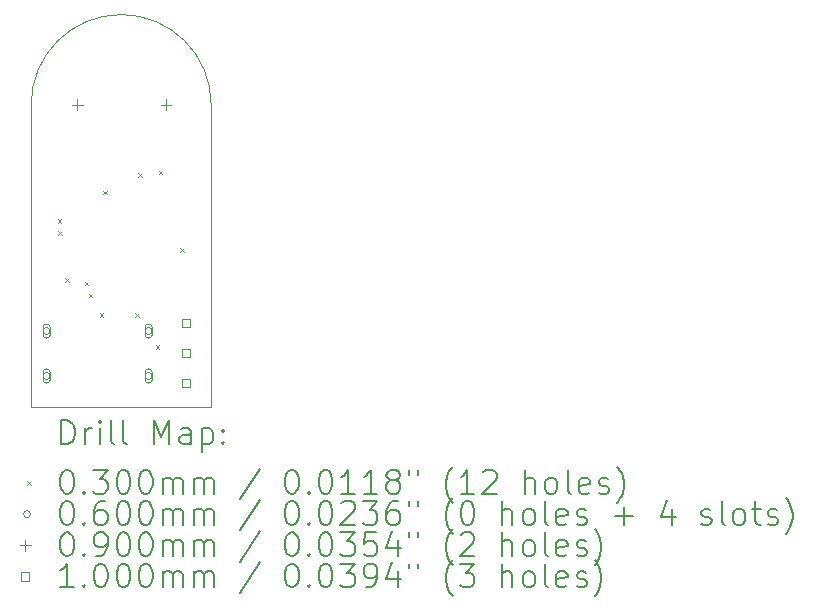
<source format=gbr>
%TF.GenerationSoftware,KiCad,Pcbnew,8.0.1*%
%TF.CreationDate,2024-12-14T14:03:44-06:00*%
%TF.ProjectId,SD_ProtoBoard,53445f50-726f-4746-9f42-6f6172642e6b,rev?*%
%TF.SameCoordinates,Original*%
%TF.FileFunction,Drillmap*%
%TF.FilePolarity,Positive*%
%FSLAX45Y45*%
G04 Gerber Fmt 4.5, Leading zero omitted, Abs format (unit mm)*
G04 Created by KiCad (PCBNEW 8.0.1) date 2024-12-14 14:03:44*
%MOMM*%
%LPD*%
G01*
G04 APERTURE LIST*
%ADD10C,0.101600*%
%ADD11C,0.200000*%
%ADD12C,0.100000*%
G04 APERTURE END LIST*
D10*
X13197000Y-11893000D02*
X14721000Y-11893000D01*
X14721000Y-9334882D02*
X14721000Y-11893000D01*
X13197000Y-9335000D02*
X13197000Y-11893000D01*
X13197000Y-9335000D02*
G75*
G02*
X14721000Y-9334882I762000J59D01*
G01*
D11*
D12*
X13421050Y-10306120D02*
X13451050Y-10336120D01*
X13451050Y-10306120D02*
X13421050Y-10336120D01*
X13423740Y-10409680D02*
X13453740Y-10439680D01*
X13453740Y-10409680D02*
X13423740Y-10439680D01*
X13483740Y-10803215D02*
X13513740Y-10833215D01*
X13513740Y-10803215D02*
X13483740Y-10833215D01*
X13652000Y-10836000D02*
X13682000Y-10866000D01*
X13682000Y-10836000D02*
X13652000Y-10866000D01*
X13686000Y-10937890D02*
X13716000Y-10967890D01*
X13716000Y-10937890D02*
X13686000Y-10967890D01*
X13777130Y-11102210D02*
X13807130Y-11132210D01*
X13807130Y-11102210D02*
X13777130Y-11132210D01*
X13807820Y-10062920D02*
X13837820Y-10092920D01*
X13837820Y-10062920D02*
X13807820Y-10092920D01*
X14078460Y-11099980D02*
X14108460Y-11129980D01*
X14108460Y-11099980D02*
X14078460Y-11129980D01*
X14104680Y-9914980D02*
X14134680Y-9944980D01*
X14134680Y-9914980D02*
X14104680Y-9944980D01*
X14252180Y-11374020D02*
X14282180Y-11404020D01*
X14282180Y-11374020D02*
X14252180Y-11404020D01*
X14275160Y-9895760D02*
X14305160Y-9925760D01*
X14305160Y-9895760D02*
X14275160Y-9925760D01*
X14459000Y-10552000D02*
X14489000Y-10582000D01*
X14489000Y-10552000D02*
X14459000Y-10582000D01*
X13357000Y-11253000D02*
G75*
G02*
X13297000Y-11253000I-30000J0D01*
G01*
X13297000Y-11253000D02*
G75*
G02*
X13357000Y-11253000I30000J0D01*
G01*
X13297000Y-11223000D02*
X13297000Y-11283000D01*
X13357000Y-11283000D02*
G75*
G02*
X13297000Y-11283000I-30000J0D01*
G01*
X13357000Y-11283000D02*
X13357000Y-11223000D01*
X13357000Y-11223000D02*
G75*
G03*
X13297000Y-11223000I-30000J0D01*
G01*
X13357000Y-11633000D02*
G75*
G02*
X13297000Y-11633000I-30000J0D01*
G01*
X13297000Y-11633000D02*
G75*
G02*
X13357000Y-11633000I30000J0D01*
G01*
X13297000Y-11603000D02*
X13297000Y-11663000D01*
X13357000Y-11663000D02*
G75*
G02*
X13297000Y-11663000I-30000J0D01*
G01*
X13357000Y-11663000D02*
X13357000Y-11603000D01*
X13357000Y-11603000D02*
G75*
G03*
X13297000Y-11603000I-30000J0D01*
G01*
X14221000Y-11253000D02*
G75*
G02*
X14161000Y-11253000I-30000J0D01*
G01*
X14161000Y-11253000D02*
G75*
G02*
X14221000Y-11253000I30000J0D01*
G01*
X14161000Y-11223000D02*
X14161000Y-11283000D01*
X14221000Y-11283000D02*
G75*
G02*
X14161000Y-11283000I-30000J0D01*
G01*
X14221000Y-11283000D02*
X14221000Y-11223000D01*
X14221000Y-11223000D02*
G75*
G03*
X14161000Y-11223000I-30000J0D01*
G01*
X14221000Y-11633000D02*
G75*
G02*
X14161000Y-11633000I-30000J0D01*
G01*
X14161000Y-11633000D02*
G75*
G02*
X14221000Y-11633000I30000J0D01*
G01*
X14161000Y-11603000D02*
X14161000Y-11663000D01*
X14221000Y-11663000D02*
G75*
G02*
X14161000Y-11663000I-30000J0D01*
G01*
X14221000Y-11663000D02*
X14221000Y-11603000D01*
X14221000Y-11603000D02*
G75*
G03*
X14161000Y-11603000I-30000J0D01*
G01*
X13587000Y-9290000D02*
X13587000Y-9380000D01*
X13542000Y-9335000D02*
X13632000Y-9335000D01*
X14337000Y-9290000D02*
X14337000Y-9380000D01*
X14292000Y-9335000D02*
X14382000Y-9335000D01*
X14543356Y-11221356D02*
X14543356Y-11150644D01*
X14472644Y-11150644D01*
X14472644Y-11221356D01*
X14543356Y-11221356D01*
X14543356Y-11475356D02*
X14543356Y-11404644D01*
X14472644Y-11404644D01*
X14472644Y-11475356D01*
X14543356Y-11475356D01*
X14543356Y-11729356D02*
X14543356Y-11658644D01*
X14472644Y-11658644D01*
X14472644Y-11729356D01*
X14543356Y-11729356D01*
D11*
X13452697Y-12209564D02*
X13452697Y-12009564D01*
X13452697Y-12009564D02*
X13500316Y-12009564D01*
X13500316Y-12009564D02*
X13528887Y-12019088D01*
X13528887Y-12019088D02*
X13547935Y-12038135D01*
X13547935Y-12038135D02*
X13557459Y-12057183D01*
X13557459Y-12057183D02*
X13566983Y-12095278D01*
X13566983Y-12095278D02*
X13566983Y-12123849D01*
X13566983Y-12123849D02*
X13557459Y-12161945D01*
X13557459Y-12161945D02*
X13547935Y-12180992D01*
X13547935Y-12180992D02*
X13528887Y-12200040D01*
X13528887Y-12200040D02*
X13500316Y-12209564D01*
X13500316Y-12209564D02*
X13452697Y-12209564D01*
X13652697Y-12209564D02*
X13652697Y-12076230D01*
X13652697Y-12114326D02*
X13662221Y-12095278D01*
X13662221Y-12095278D02*
X13671744Y-12085754D01*
X13671744Y-12085754D02*
X13690792Y-12076230D01*
X13690792Y-12076230D02*
X13709840Y-12076230D01*
X13776506Y-12209564D02*
X13776506Y-12076230D01*
X13776506Y-12009564D02*
X13766983Y-12019088D01*
X13766983Y-12019088D02*
X13776506Y-12028611D01*
X13776506Y-12028611D02*
X13786030Y-12019088D01*
X13786030Y-12019088D02*
X13776506Y-12009564D01*
X13776506Y-12009564D02*
X13776506Y-12028611D01*
X13900316Y-12209564D02*
X13881268Y-12200040D01*
X13881268Y-12200040D02*
X13871744Y-12180992D01*
X13871744Y-12180992D02*
X13871744Y-12009564D01*
X14005078Y-12209564D02*
X13986030Y-12200040D01*
X13986030Y-12200040D02*
X13976506Y-12180992D01*
X13976506Y-12180992D02*
X13976506Y-12009564D01*
X14233649Y-12209564D02*
X14233649Y-12009564D01*
X14233649Y-12009564D02*
X14300316Y-12152421D01*
X14300316Y-12152421D02*
X14366983Y-12009564D01*
X14366983Y-12009564D02*
X14366983Y-12209564D01*
X14547935Y-12209564D02*
X14547935Y-12104802D01*
X14547935Y-12104802D02*
X14538411Y-12085754D01*
X14538411Y-12085754D02*
X14519364Y-12076230D01*
X14519364Y-12076230D02*
X14481268Y-12076230D01*
X14481268Y-12076230D02*
X14462221Y-12085754D01*
X14547935Y-12200040D02*
X14528887Y-12209564D01*
X14528887Y-12209564D02*
X14481268Y-12209564D01*
X14481268Y-12209564D02*
X14462221Y-12200040D01*
X14462221Y-12200040D02*
X14452697Y-12180992D01*
X14452697Y-12180992D02*
X14452697Y-12161945D01*
X14452697Y-12161945D02*
X14462221Y-12142897D01*
X14462221Y-12142897D02*
X14481268Y-12133373D01*
X14481268Y-12133373D02*
X14528887Y-12133373D01*
X14528887Y-12133373D02*
X14547935Y-12123849D01*
X14643173Y-12076230D02*
X14643173Y-12276230D01*
X14643173Y-12085754D02*
X14662221Y-12076230D01*
X14662221Y-12076230D02*
X14700316Y-12076230D01*
X14700316Y-12076230D02*
X14719364Y-12085754D01*
X14719364Y-12085754D02*
X14728887Y-12095278D01*
X14728887Y-12095278D02*
X14738411Y-12114326D01*
X14738411Y-12114326D02*
X14738411Y-12171468D01*
X14738411Y-12171468D02*
X14728887Y-12190516D01*
X14728887Y-12190516D02*
X14719364Y-12200040D01*
X14719364Y-12200040D02*
X14700316Y-12209564D01*
X14700316Y-12209564D02*
X14662221Y-12209564D01*
X14662221Y-12209564D02*
X14643173Y-12200040D01*
X14824125Y-12190516D02*
X14833649Y-12200040D01*
X14833649Y-12200040D02*
X14824125Y-12209564D01*
X14824125Y-12209564D02*
X14814602Y-12200040D01*
X14814602Y-12200040D02*
X14824125Y-12190516D01*
X14824125Y-12190516D02*
X14824125Y-12209564D01*
X14824125Y-12085754D02*
X14833649Y-12095278D01*
X14833649Y-12095278D02*
X14824125Y-12104802D01*
X14824125Y-12104802D02*
X14814602Y-12095278D01*
X14814602Y-12095278D02*
X14824125Y-12085754D01*
X14824125Y-12085754D02*
X14824125Y-12104802D01*
D12*
X13161920Y-12523080D02*
X13191920Y-12553080D01*
X13191920Y-12523080D02*
X13161920Y-12553080D01*
D11*
X13490792Y-12429564D02*
X13509840Y-12429564D01*
X13509840Y-12429564D02*
X13528887Y-12439088D01*
X13528887Y-12439088D02*
X13538411Y-12448611D01*
X13538411Y-12448611D02*
X13547935Y-12467659D01*
X13547935Y-12467659D02*
X13557459Y-12505754D01*
X13557459Y-12505754D02*
X13557459Y-12553373D01*
X13557459Y-12553373D02*
X13547935Y-12591468D01*
X13547935Y-12591468D02*
X13538411Y-12610516D01*
X13538411Y-12610516D02*
X13528887Y-12620040D01*
X13528887Y-12620040D02*
X13509840Y-12629564D01*
X13509840Y-12629564D02*
X13490792Y-12629564D01*
X13490792Y-12629564D02*
X13471744Y-12620040D01*
X13471744Y-12620040D02*
X13462221Y-12610516D01*
X13462221Y-12610516D02*
X13452697Y-12591468D01*
X13452697Y-12591468D02*
X13443173Y-12553373D01*
X13443173Y-12553373D02*
X13443173Y-12505754D01*
X13443173Y-12505754D02*
X13452697Y-12467659D01*
X13452697Y-12467659D02*
X13462221Y-12448611D01*
X13462221Y-12448611D02*
X13471744Y-12439088D01*
X13471744Y-12439088D02*
X13490792Y-12429564D01*
X13643173Y-12610516D02*
X13652697Y-12620040D01*
X13652697Y-12620040D02*
X13643173Y-12629564D01*
X13643173Y-12629564D02*
X13633649Y-12620040D01*
X13633649Y-12620040D02*
X13643173Y-12610516D01*
X13643173Y-12610516D02*
X13643173Y-12629564D01*
X13719364Y-12429564D02*
X13843173Y-12429564D01*
X13843173Y-12429564D02*
X13776506Y-12505754D01*
X13776506Y-12505754D02*
X13805078Y-12505754D01*
X13805078Y-12505754D02*
X13824125Y-12515278D01*
X13824125Y-12515278D02*
X13833649Y-12524802D01*
X13833649Y-12524802D02*
X13843173Y-12543849D01*
X13843173Y-12543849D02*
X13843173Y-12591468D01*
X13843173Y-12591468D02*
X13833649Y-12610516D01*
X13833649Y-12610516D02*
X13824125Y-12620040D01*
X13824125Y-12620040D02*
X13805078Y-12629564D01*
X13805078Y-12629564D02*
X13747935Y-12629564D01*
X13747935Y-12629564D02*
X13728887Y-12620040D01*
X13728887Y-12620040D02*
X13719364Y-12610516D01*
X13966983Y-12429564D02*
X13986030Y-12429564D01*
X13986030Y-12429564D02*
X14005078Y-12439088D01*
X14005078Y-12439088D02*
X14014602Y-12448611D01*
X14014602Y-12448611D02*
X14024125Y-12467659D01*
X14024125Y-12467659D02*
X14033649Y-12505754D01*
X14033649Y-12505754D02*
X14033649Y-12553373D01*
X14033649Y-12553373D02*
X14024125Y-12591468D01*
X14024125Y-12591468D02*
X14014602Y-12610516D01*
X14014602Y-12610516D02*
X14005078Y-12620040D01*
X14005078Y-12620040D02*
X13986030Y-12629564D01*
X13986030Y-12629564D02*
X13966983Y-12629564D01*
X13966983Y-12629564D02*
X13947935Y-12620040D01*
X13947935Y-12620040D02*
X13938411Y-12610516D01*
X13938411Y-12610516D02*
X13928887Y-12591468D01*
X13928887Y-12591468D02*
X13919364Y-12553373D01*
X13919364Y-12553373D02*
X13919364Y-12505754D01*
X13919364Y-12505754D02*
X13928887Y-12467659D01*
X13928887Y-12467659D02*
X13938411Y-12448611D01*
X13938411Y-12448611D02*
X13947935Y-12439088D01*
X13947935Y-12439088D02*
X13966983Y-12429564D01*
X14157459Y-12429564D02*
X14176506Y-12429564D01*
X14176506Y-12429564D02*
X14195554Y-12439088D01*
X14195554Y-12439088D02*
X14205078Y-12448611D01*
X14205078Y-12448611D02*
X14214602Y-12467659D01*
X14214602Y-12467659D02*
X14224125Y-12505754D01*
X14224125Y-12505754D02*
X14224125Y-12553373D01*
X14224125Y-12553373D02*
X14214602Y-12591468D01*
X14214602Y-12591468D02*
X14205078Y-12610516D01*
X14205078Y-12610516D02*
X14195554Y-12620040D01*
X14195554Y-12620040D02*
X14176506Y-12629564D01*
X14176506Y-12629564D02*
X14157459Y-12629564D01*
X14157459Y-12629564D02*
X14138411Y-12620040D01*
X14138411Y-12620040D02*
X14128887Y-12610516D01*
X14128887Y-12610516D02*
X14119364Y-12591468D01*
X14119364Y-12591468D02*
X14109840Y-12553373D01*
X14109840Y-12553373D02*
X14109840Y-12505754D01*
X14109840Y-12505754D02*
X14119364Y-12467659D01*
X14119364Y-12467659D02*
X14128887Y-12448611D01*
X14128887Y-12448611D02*
X14138411Y-12439088D01*
X14138411Y-12439088D02*
X14157459Y-12429564D01*
X14309840Y-12629564D02*
X14309840Y-12496230D01*
X14309840Y-12515278D02*
X14319364Y-12505754D01*
X14319364Y-12505754D02*
X14338411Y-12496230D01*
X14338411Y-12496230D02*
X14366983Y-12496230D01*
X14366983Y-12496230D02*
X14386030Y-12505754D01*
X14386030Y-12505754D02*
X14395554Y-12524802D01*
X14395554Y-12524802D02*
X14395554Y-12629564D01*
X14395554Y-12524802D02*
X14405078Y-12505754D01*
X14405078Y-12505754D02*
X14424125Y-12496230D01*
X14424125Y-12496230D02*
X14452697Y-12496230D01*
X14452697Y-12496230D02*
X14471745Y-12505754D01*
X14471745Y-12505754D02*
X14481268Y-12524802D01*
X14481268Y-12524802D02*
X14481268Y-12629564D01*
X14576506Y-12629564D02*
X14576506Y-12496230D01*
X14576506Y-12515278D02*
X14586030Y-12505754D01*
X14586030Y-12505754D02*
X14605078Y-12496230D01*
X14605078Y-12496230D02*
X14633649Y-12496230D01*
X14633649Y-12496230D02*
X14652697Y-12505754D01*
X14652697Y-12505754D02*
X14662221Y-12524802D01*
X14662221Y-12524802D02*
X14662221Y-12629564D01*
X14662221Y-12524802D02*
X14671745Y-12505754D01*
X14671745Y-12505754D02*
X14690792Y-12496230D01*
X14690792Y-12496230D02*
X14719364Y-12496230D01*
X14719364Y-12496230D02*
X14738411Y-12505754D01*
X14738411Y-12505754D02*
X14747935Y-12524802D01*
X14747935Y-12524802D02*
X14747935Y-12629564D01*
X15138411Y-12420040D02*
X14966983Y-12677183D01*
X15395554Y-12429564D02*
X15414602Y-12429564D01*
X15414602Y-12429564D02*
X15433649Y-12439088D01*
X15433649Y-12439088D02*
X15443173Y-12448611D01*
X15443173Y-12448611D02*
X15452697Y-12467659D01*
X15452697Y-12467659D02*
X15462221Y-12505754D01*
X15462221Y-12505754D02*
X15462221Y-12553373D01*
X15462221Y-12553373D02*
X15452697Y-12591468D01*
X15452697Y-12591468D02*
X15443173Y-12610516D01*
X15443173Y-12610516D02*
X15433649Y-12620040D01*
X15433649Y-12620040D02*
X15414602Y-12629564D01*
X15414602Y-12629564D02*
X15395554Y-12629564D01*
X15395554Y-12629564D02*
X15376507Y-12620040D01*
X15376507Y-12620040D02*
X15366983Y-12610516D01*
X15366983Y-12610516D02*
X15357459Y-12591468D01*
X15357459Y-12591468D02*
X15347935Y-12553373D01*
X15347935Y-12553373D02*
X15347935Y-12505754D01*
X15347935Y-12505754D02*
X15357459Y-12467659D01*
X15357459Y-12467659D02*
X15366983Y-12448611D01*
X15366983Y-12448611D02*
X15376507Y-12439088D01*
X15376507Y-12439088D02*
X15395554Y-12429564D01*
X15547935Y-12610516D02*
X15557459Y-12620040D01*
X15557459Y-12620040D02*
X15547935Y-12629564D01*
X15547935Y-12629564D02*
X15538411Y-12620040D01*
X15538411Y-12620040D02*
X15547935Y-12610516D01*
X15547935Y-12610516D02*
X15547935Y-12629564D01*
X15681268Y-12429564D02*
X15700316Y-12429564D01*
X15700316Y-12429564D02*
X15719364Y-12439088D01*
X15719364Y-12439088D02*
X15728888Y-12448611D01*
X15728888Y-12448611D02*
X15738411Y-12467659D01*
X15738411Y-12467659D02*
X15747935Y-12505754D01*
X15747935Y-12505754D02*
X15747935Y-12553373D01*
X15747935Y-12553373D02*
X15738411Y-12591468D01*
X15738411Y-12591468D02*
X15728888Y-12610516D01*
X15728888Y-12610516D02*
X15719364Y-12620040D01*
X15719364Y-12620040D02*
X15700316Y-12629564D01*
X15700316Y-12629564D02*
X15681268Y-12629564D01*
X15681268Y-12629564D02*
X15662221Y-12620040D01*
X15662221Y-12620040D02*
X15652697Y-12610516D01*
X15652697Y-12610516D02*
X15643173Y-12591468D01*
X15643173Y-12591468D02*
X15633649Y-12553373D01*
X15633649Y-12553373D02*
X15633649Y-12505754D01*
X15633649Y-12505754D02*
X15643173Y-12467659D01*
X15643173Y-12467659D02*
X15652697Y-12448611D01*
X15652697Y-12448611D02*
X15662221Y-12439088D01*
X15662221Y-12439088D02*
X15681268Y-12429564D01*
X15938411Y-12629564D02*
X15824126Y-12629564D01*
X15881268Y-12629564D02*
X15881268Y-12429564D01*
X15881268Y-12429564D02*
X15862221Y-12458135D01*
X15862221Y-12458135D02*
X15843173Y-12477183D01*
X15843173Y-12477183D02*
X15824126Y-12486707D01*
X16128888Y-12629564D02*
X16014602Y-12629564D01*
X16071745Y-12629564D02*
X16071745Y-12429564D01*
X16071745Y-12429564D02*
X16052697Y-12458135D01*
X16052697Y-12458135D02*
X16033649Y-12477183D01*
X16033649Y-12477183D02*
X16014602Y-12486707D01*
X16243173Y-12515278D02*
X16224126Y-12505754D01*
X16224126Y-12505754D02*
X16214602Y-12496230D01*
X16214602Y-12496230D02*
X16205078Y-12477183D01*
X16205078Y-12477183D02*
X16205078Y-12467659D01*
X16205078Y-12467659D02*
X16214602Y-12448611D01*
X16214602Y-12448611D02*
X16224126Y-12439088D01*
X16224126Y-12439088D02*
X16243173Y-12429564D01*
X16243173Y-12429564D02*
X16281269Y-12429564D01*
X16281269Y-12429564D02*
X16300316Y-12439088D01*
X16300316Y-12439088D02*
X16309840Y-12448611D01*
X16309840Y-12448611D02*
X16319364Y-12467659D01*
X16319364Y-12467659D02*
X16319364Y-12477183D01*
X16319364Y-12477183D02*
X16309840Y-12496230D01*
X16309840Y-12496230D02*
X16300316Y-12505754D01*
X16300316Y-12505754D02*
X16281269Y-12515278D01*
X16281269Y-12515278D02*
X16243173Y-12515278D01*
X16243173Y-12515278D02*
X16224126Y-12524802D01*
X16224126Y-12524802D02*
X16214602Y-12534326D01*
X16214602Y-12534326D02*
X16205078Y-12553373D01*
X16205078Y-12553373D02*
X16205078Y-12591468D01*
X16205078Y-12591468D02*
X16214602Y-12610516D01*
X16214602Y-12610516D02*
X16224126Y-12620040D01*
X16224126Y-12620040D02*
X16243173Y-12629564D01*
X16243173Y-12629564D02*
X16281269Y-12629564D01*
X16281269Y-12629564D02*
X16300316Y-12620040D01*
X16300316Y-12620040D02*
X16309840Y-12610516D01*
X16309840Y-12610516D02*
X16319364Y-12591468D01*
X16319364Y-12591468D02*
X16319364Y-12553373D01*
X16319364Y-12553373D02*
X16309840Y-12534326D01*
X16309840Y-12534326D02*
X16300316Y-12524802D01*
X16300316Y-12524802D02*
X16281269Y-12515278D01*
X16395554Y-12429564D02*
X16395554Y-12467659D01*
X16471745Y-12429564D02*
X16471745Y-12467659D01*
X16766983Y-12705754D02*
X16757459Y-12696230D01*
X16757459Y-12696230D02*
X16738411Y-12667659D01*
X16738411Y-12667659D02*
X16728888Y-12648611D01*
X16728888Y-12648611D02*
X16719364Y-12620040D01*
X16719364Y-12620040D02*
X16709840Y-12572421D01*
X16709840Y-12572421D02*
X16709840Y-12534326D01*
X16709840Y-12534326D02*
X16719364Y-12486707D01*
X16719364Y-12486707D02*
X16728888Y-12458135D01*
X16728888Y-12458135D02*
X16738411Y-12439088D01*
X16738411Y-12439088D02*
X16757459Y-12410516D01*
X16757459Y-12410516D02*
X16766983Y-12400992D01*
X16947935Y-12629564D02*
X16833650Y-12629564D01*
X16890792Y-12629564D02*
X16890792Y-12429564D01*
X16890792Y-12429564D02*
X16871745Y-12458135D01*
X16871745Y-12458135D02*
X16852697Y-12477183D01*
X16852697Y-12477183D02*
X16833650Y-12486707D01*
X17024126Y-12448611D02*
X17033650Y-12439088D01*
X17033650Y-12439088D02*
X17052697Y-12429564D01*
X17052697Y-12429564D02*
X17100316Y-12429564D01*
X17100316Y-12429564D02*
X17119364Y-12439088D01*
X17119364Y-12439088D02*
X17128888Y-12448611D01*
X17128888Y-12448611D02*
X17138412Y-12467659D01*
X17138412Y-12467659D02*
X17138412Y-12486707D01*
X17138412Y-12486707D02*
X17128888Y-12515278D01*
X17128888Y-12515278D02*
X17014602Y-12629564D01*
X17014602Y-12629564D02*
X17138412Y-12629564D01*
X17376507Y-12629564D02*
X17376507Y-12429564D01*
X17462221Y-12629564D02*
X17462221Y-12524802D01*
X17462221Y-12524802D02*
X17452697Y-12505754D01*
X17452697Y-12505754D02*
X17433650Y-12496230D01*
X17433650Y-12496230D02*
X17405078Y-12496230D01*
X17405078Y-12496230D02*
X17386031Y-12505754D01*
X17386031Y-12505754D02*
X17376507Y-12515278D01*
X17586031Y-12629564D02*
X17566983Y-12620040D01*
X17566983Y-12620040D02*
X17557459Y-12610516D01*
X17557459Y-12610516D02*
X17547935Y-12591468D01*
X17547935Y-12591468D02*
X17547935Y-12534326D01*
X17547935Y-12534326D02*
X17557459Y-12515278D01*
X17557459Y-12515278D02*
X17566983Y-12505754D01*
X17566983Y-12505754D02*
X17586031Y-12496230D01*
X17586031Y-12496230D02*
X17614602Y-12496230D01*
X17614602Y-12496230D02*
X17633650Y-12505754D01*
X17633650Y-12505754D02*
X17643174Y-12515278D01*
X17643174Y-12515278D02*
X17652697Y-12534326D01*
X17652697Y-12534326D02*
X17652697Y-12591468D01*
X17652697Y-12591468D02*
X17643174Y-12610516D01*
X17643174Y-12610516D02*
X17633650Y-12620040D01*
X17633650Y-12620040D02*
X17614602Y-12629564D01*
X17614602Y-12629564D02*
X17586031Y-12629564D01*
X17766983Y-12629564D02*
X17747935Y-12620040D01*
X17747935Y-12620040D02*
X17738412Y-12600992D01*
X17738412Y-12600992D02*
X17738412Y-12429564D01*
X17919364Y-12620040D02*
X17900316Y-12629564D01*
X17900316Y-12629564D02*
X17862221Y-12629564D01*
X17862221Y-12629564D02*
X17843174Y-12620040D01*
X17843174Y-12620040D02*
X17833650Y-12600992D01*
X17833650Y-12600992D02*
X17833650Y-12524802D01*
X17833650Y-12524802D02*
X17843174Y-12505754D01*
X17843174Y-12505754D02*
X17862221Y-12496230D01*
X17862221Y-12496230D02*
X17900316Y-12496230D01*
X17900316Y-12496230D02*
X17919364Y-12505754D01*
X17919364Y-12505754D02*
X17928888Y-12524802D01*
X17928888Y-12524802D02*
X17928888Y-12543849D01*
X17928888Y-12543849D02*
X17833650Y-12562897D01*
X18005078Y-12620040D02*
X18024126Y-12629564D01*
X18024126Y-12629564D02*
X18062221Y-12629564D01*
X18062221Y-12629564D02*
X18081269Y-12620040D01*
X18081269Y-12620040D02*
X18090793Y-12600992D01*
X18090793Y-12600992D02*
X18090793Y-12591468D01*
X18090793Y-12591468D02*
X18081269Y-12572421D01*
X18081269Y-12572421D02*
X18062221Y-12562897D01*
X18062221Y-12562897D02*
X18033650Y-12562897D01*
X18033650Y-12562897D02*
X18014602Y-12553373D01*
X18014602Y-12553373D02*
X18005078Y-12534326D01*
X18005078Y-12534326D02*
X18005078Y-12524802D01*
X18005078Y-12524802D02*
X18014602Y-12505754D01*
X18014602Y-12505754D02*
X18033650Y-12496230D01*
X18033650Y-12496230D02*
X18062221Y-12496230D01*
X18062221Y-12496230D02*
X18081269Y-12505754D01*
X18157459Y-12705754D02*
X18166983Y-12696230D01*
X18166983Y-12696230D02*
X18186031Y-12667659D01*
X18186031Y-12667659D02*
X18195555Y-12648611D01*
X18195555Y-12648611D02*
X18205078Y-12620040D01*
X18205078Y-12620040D02*
X18214602Y-12572421D01*
X18214602Y-12572421D02*
X18214602Y-12534326D01*
X18214602Y-12534326D02*
X18205078Y-12486707D01*
X18205078Y-12486707D02*
X18195555Y-12458135D01*
X18195555Y-12458135D02*
X18186031Y-12439088D01*
X18186031Y-12439088D02*
X18166983Y-12410516D01*
X18166983Y-12410516D02*
X18157459Y-12400992D01*
D12*
X13191920Y-12802080D02*
G75*
G02*
X13131920Y-12802080I-30000J0D01*
G01*
X13131920Y-12802080D02*
G75*
G02*
X13191920Y-12802080I30000J0D01*
G01*
D11*
X13490792Y-12693564D02*
X13509840Y-12693564D01*
X13509840Y-12693564D02*
X13528887Y-12703088D01*
X13528887Y-12703088D02*
X13538411Y-12712611D01*
X13538411Y-12712611D02*
X13547935Y-12731659D01*
X13547935Y-12731659D02*
X13557459Y-12769754D01*
X13557459Y-12769754D02*
X13557459Y-12817373D01*
X13557459Y-12817373D02*
X13547935Y-12855468D01*
X13547935Y-12855468D02*
X13538411Y-12874516D01*
X13538411Y-12874516D02*
X13528887Y-12884040D01*
X13528887Y-12884040D02*
X13509840Y-12893564D01*
X13509840Y-12893564D02*
X13490792Y-12893564D01*
X13490792Y-12893564D02*
X13471744Y-12884040D01*
X13471744Y-12884040D02*
X13462221Y-12874516D01*
X13462221Y-12874516D02*
X13452697Y-12855468D01*
X13452697Y-12855468D02*
X13443173Y-12817373D01*
X13443173Y-12817373D02*
X13443173Y-12769754D01*
X13443173Y-12769754D02*
X13452697Y-12731659D01*
X13452697Y-12731659D02*
X13462221Y-12712611D01*
X13462221Y-12712611D02*
X13471744Y-12703088D01*
X13471744Y-12703088D02*
X13490792Y-12693564D01*
X13643173Y-12874516D02*
X13652697Y-12884040D01*
X13652697Y-12884040D02*
X13643173Y-12893564D01*
X13643173Y-12893564D02*
X13633649Y-12884040D01*
X13633649Y-12884040D02*
X13643173Y-12874516D01*
X13643173Y-12874516D02*
X13643173Y-12893564D01*
X13824125Y-12693564D02*
X13786030Y-12693564D01*
X13786030Y-12693564D02*
X13766983Y-12703088D01*
X13766983Y-12703088D02*
X13757459Y-12712611D01*
X13757459Y-12712611D02*
X13738411Y-12741183D01*
X13738411Y-12741183D02*
X13728887Y-12779278D01*
X13728887Y-12779278D02*
X13728887Y-12855468D01*
X13728887Y-12855468D02*
X13738411Y-12874516D01*
X13738411Y-12874516D02*
X13747935Y-12884040D01*
X13747935Y-12884040D02*
X13766983Y-12893564D01*
X13766983Y-12893564D02*
X13805078Y-12893564D01*
X13805078Y-12893564D02*
X13824125Y-12884040D01*
X13824125Y-12884040D02*
X13833649Y-12874516D01*
X13833649Y-12874516D02*
X13843173Y-12855468D01*
X13843173Y-12855468D02*
X13843173Y-12807849D01*
X13843173Y-12807849D02*
X13833649Y-12788802D01*
X13833649Y-12788802D02*
X13824125Y-12779278D01*
X13824125Y-12779278D02*
X13805078Y-12769754D01*
X13805078Y-12769754D02*
X13766983Y-12769754D01*
X13766983Y-12769754D02*
X13747935Y-12779278D01*
X13747935Y-12779278D02*
X13738411Y-12788802D01*
X13738411Y-12788802D02*
X13728887Y-12807849D01*
X13966983Y-12693564D02*
X13986030Y-12693564D01*
X13986030Y-12693564D02*
X14005078Y-12703088D01*
X14005078Y-12703088D02*
X14014602Y-12712611D01*
X14014602Y-12712611D02*
X14024125Y-12731659D01*
X14024125Y-12731659D02*
X14033649Y-12769754D01*
X14033649Y-12769754D02*
X14033649Y-12817373D01*
X14033649Y-12817373D02*
X14024125Y-12855468D01*
X14024125Y-12855468D02*
X14014602Y-12874516D01*
X14014602Y-12874516D02*
X14005078Y-12884040D01*
X14005078Y-12884040D02*
X13986030Y-12893564D01*
X13986030Y-12893564D02*
X13966983Y-12893564D01*
X13966983Y-12893564D02*
X13947935Y-12884040D01*
X13947935Y-12884040D02*
X13938411Y-12874516D01*
X13938411Y-12874516D02*
X13928887Y-12855468D01*
X13928887Y-12855468D02*
X13919364Y-12817373D01*
X13919364Y-12817373D02*
X13919364Y-12769754D01*
X13919364Y-12769754D02*
X13928887Y-12731659D01*
X13928887Y-12731659D02*
X13938411Y-12712611D01*
X13938411Y-12712611D02*
X13947935Y-12703088D01*
X13947935Y-12703088D02*
X13966983Y-12693564D01*
X14157459Y-12693564D02*
X14176506Y-12693564D01*
X14176506Y-12693564D02*
X14195554Y-12703088D01*
X14195554Y-12703088D02*
X14205078Y-12712611D01*
X14205078Y-12712611D02*
X14214602Y-12731659D01*
X14214602Y-12731659D02*
X14224125Y-12769754D01*
X14224125Y-12769754D02*
X14224125Y-12817373D01*
X14224125Y-12817373D02*
X14214602Y-12855468D01*
X14214602Y-12855468D02*
X14205078Y-12874516D01*
X14205078Y-12874516D02*
X14195554Y-12884040D01*
X14195554Y-12884040D02*
X14176506Y-12893564D01*
X14176506Y-12893564D02*
X14157459Y-12893564D01*
X14157459Y-12893564D02*
X14138411Y-12884040D01*
X14138411Y-12884040D02*
X14128887Y-12874516D01*
X14128887Y-12874516D02*
X14119364Y-12855468D01*
X14119364Y-12855468D02*
X14109840Y-12817373D01*
X14109840Y-12817373D02*
X14109840Y-12769754D01*
X14109840Y-12769754D02*
X14119364Y-12731659D01*
X14119364Y-12731659D02*
X14128887Y-12712611D01*
X14128887Y-12712611D02*
X14138411Y-12703088D01*
X14138411Y-12703088D02*
X14157459Y-12693564D01*
X14309840Y-12893564D02*
X14309840Y-12760230D01*
X14309840Y-12779278D02*
X14319364Y-12769754D01*
X14319364Y-12769754D02*
X14338411Y-12760230D01*
X14338411Y-12760230D02*
X14366983Y-12760230D01*
X14366983Y-12760230D02*
X14386030Y-12769754D01*
X14386030Y-12769754D02*
X14395554Y-12788802D01*
X14395554Y-12788802D02*
X14395554Y-12893564D01*
X14395554Y-12788802D02*
X14405078Y-12769754D01*
X14405078Y-12769754D02*
X14424125Y-12760230D01*
X14424125Y-12760230D02*
X14452697Y-12760230D01*
X14452697Y-12760230D02*
X14471745Y-12769754D01*
X14471745Y-12769754D02*
X14481268Y-12788802D01*
X14481268Y-12788802D02*
X14481268Y-12893564D01*
X14576506Y-12893564D02*
X14576506Y-12760230D01*
X14576506Y-12779278D02*
X14586030Y-12769754D01*
X14586030Y-12769754D02*
X14605078Y-12760230D01*
X14605078Y-12760230D02*
X14633649Y-12760230D01*
X14633649Y-12760230D02*
X14652697Y-12769754D01*
X14652697Y-12769754D02*
X14662221Y-12788802D01*
X14662221Y-12788802D02*
X14662221Y-12893564D01*
X14662221Y-12788802D02*
X14671745Y-12769754D01*
X14671745Y-12769754D02*
X14690792Y-12760230D01*
X14690792Y-12760230D02*
X14719364Y-12760230D01*
X14719364Y-12760230D02*
X14738411Y-12769754D01*
X14738411Y-12769754D02*
X14747935Y-12788802D01*
X14747935Y-12788802D02*
X14747935Y-12893564D01*
X15138411Y-12684040D02*
X14966983Y-12941183D01*
X15395554Y-12693564D02*
X15414602Y-12693564D01*
X15414602Y-12693564D02*
X15433649Y-12703088D01*
X15433649Y-12703088D02*
X15443173Y-12712611D01*
X15443173Y-12712611D02*
X15452697Y-12731659D01*
X15452697Y-12731659D02*
X15462221Y-12769754D01*
X15462221Y-12769754D02*
X15462221Y-12817373D01*
X15462221Y-12817373D02*
X15452697Y-12855468D01*
X15452697Y-12855468D02*
X15443173Y-12874516D01*
X15443173Y-12874516D02*
X15433649Y-12884040D01*
X15433649Y-12884040D02*
X15414602Y-12893564D01*
X15414602Y-12893564D02*
X15395554Y-12893564D01*
X15395554Y-12893564D02*
X15376507Y-12884040D01*
X15376507Y-12884040D02*
X15366983Y-12874516D01*
X15366983Y-12874516D02*
X15357459Y-12855468D01*
X15357459Y-12855468D02*
X15347935Y-12817373D01*
X15347935Y-12817373D02*
X15347935Y-12769754D01*
X15347935Y-12769754D02*
X15357459Y-12731659D01*
X15357459Y-12731659D02*
X15366983Y-12712611D01*
X15366983Y-12712611D02*
X15376507Y-12703088D01*
X15376507Y-12703088D02*
X15395554Y-12693564D01*
X15547935Y-12874516D02*
X15557459Y-12884040D01*
X15557459Y-12884040D02*
X15547935Y-12893564D01*
X15547935Y-12893564D02*
X15538411Y-12884040D01*
X15538411Y-12884040D02*
X15547935Y-12874516D01*
X15547935Y-12874516D02*
X15547935Y-12893564D01*
X15681268Y-12693564D02*
X15700316Y-12693564D01*
X15700316Y-12693564D02*
X15719364Y-12703088D01*
X15719364Y-12703088D02*
X15728888Y-12712611D01*
X15728888Y-12712611D02*
X15738411Y-12731659D01*
X15738411Y-12731659D02*
X15747935Y-12769754D01*
X15747935Y-12769754D02*
X15747935Y-12817373D01*
X15747935Y-12817373D02*
X15738411Y-12855468D01*
X15738411Y-12855468D02*
X15728888Y-12874516D01*
X15728888Y-12874516D02*
X15719364Y-12884040D01*
X15719364Y-12884040D02*
X15700316Y-12893564D01*
X15700316Y-12893564D02*
X15681268Y-12893564D01*
X15681268Y-12893564D02*
X15662221Y-12884040D01*
X15662221Y-12884040D02*
X15652697Y-12874516D01*
X15652697Y-12874516D02*
X15643173Y-12855468D01*
X15643173Y-12855468D02*
X15633649Y-12817373D01*
X15633649Y-12817373D02*
X15633649Y-12769754D01*
X15633649Y-12769754D02*
X15643173Y-12731659D01*
X15643173Y-12731659D02*
X15652697Y-12712611D01*
X15652697Y-12712611D02*
X15662221Y-12703088D01*
X15662221Y-12703088D02*
X15681268Y-12693564D01*
X15824126Y-12712611D02*
X15833649Y-12703088D01*
X15833649Y-12703088D02*
X15852697Y-12693564D01*
X15852697Y-12693564D02*
X15900316Y-12693564D01*
X15900316Y-12693564D02*
X15919364Y-12703088D01*
X15919364Y-12703088D02*
X15928888Y-12712611D01*
X15928888Y-12712611D02*
X15938411Y-12731659D01*
X15938411Y-12731659D02*
X15938411Y-12750707D01*
X15938411Y-12750707D02*
X15928888Y-12779278D01*
X15928888Y-12779278D02*
X15814602Y-12893564D01*
X15814602Y-12893564D02*
X15938411Y-12893564D01*
X16005078Y-12693564D02*
X16128888Y-12693564D01*
X16128888Y-12693564D02*
X16062221Y-12769754D01*
X16062221Y-12769754D02*
X16090792Y-12769754D01*
X16090792Y-12769754D02*
X16109840Y-12779278D01*
X16109840Y-12779278D02*
X16119364Y-12788802D01*
X16119364Y-12788802D02*
X16128888Y-12807849D01*
X16128888Y-12807849D02*
X16128888Y-12855468D01*
X16128888Y-12855468D02*
X16119364Y-12874516D01*
X16119364Y-12874516D02*
X16109840Y-12884040D01*
X16109840Y-12884040D02*
X16090792Y-12893564D01*
X16090792Y-12893564D02*
X16033649Y-12893564D01*
X16033649Y-12893564D02*
X16014602Y-12884040D01*
X16014602Y-12884040D02*
X16005078Y-12874516D01*
X16300316Y-12693564D02*
X16262221Y-12693564D01*
X16262221Y-12693564D02*
X16243173Y-12703088D01*
X16243173Y-12703088D02*
X16233649Y-12712611D01*
X16233649Y-12712611D02*
X16214602Y-12741183D01*
X16214602Y-12741183D02*
X16205078Y-12779278D01*
X16205078Y-12779278D02*
X16205078Y-12855468D01*
X16205078Y-12855468D02*
X16214602Y-12874516D01*
X16214602Y-12874516D02*
X16224126Y-12884040D01*
X16224126Y-12884040D02*
X16243173Y-12893564D01*
X16243173Y-12893564D02*
X16281269Y-12893564D01*
X16281269Y-12893564D02*
X16300316Y-12884040D01*
X16300316Y-12884040D02*
X16309840Y-12874516D01*
X16309840Y-12874516D02*
X16319364Y-12855468D01*
X16319364Y-12855468D02*
X16319364Y-12807849D01*
X16319364Y-12807849D02*
X16309840Y-12788802D01*
X16309840Y-12788802D02*
X16300316Y-12779278D01*
X16300316Y-12779278D02*
X16281269Y-12769754D01*
X16281269Y-12769754D02*
X16243173Y-12769754D01*
X16243173Y-12769754D02*
X16224126Y-12779278D01*
X16224126Y-12779278D02*
X16214602Y-12788802D01*
X16214602Y-12788802D02*
X16205078Y-12807849D01*
X16395554Y-12693564D02*
X16395554Y-12731659D01*
X16471745Y-12693564D02*
X16471745Y-12731659D01*
X16766983Y-12969754D02*
X16757459Y-12960230D01*
X16757459Y-12960230D02*
X16738411Y-12931659D01*
X16738411Y-12931659D02*
X16728888Y-12912611D01*
X16728888Y-12912611D02*
X16719364Y-12884040D01*
X16719364Y-12884040D02*
X16709840Y-12836421D01*
X16709840Y-12836421D02*
X16709840Y-12798326D01*
X16709840Y-12798326D02*
X16719364Y-12750707D01*
X16719364Y-12750707D02*
X16728888Y-12722135D01*
X16728888Y-12722135D02*
X16738411Y-12703088D01*
X16738411Y-12703088D02*
X16757459Y-12674516D01*
X16757459Y-12674516D02*
X16766983Y-12664992D01*
X16881269Y-12693564D02*
X16900316Y-12693564D01*
X16900316Y-12693564D02*
X16919364Y-12703088D01*
X16919364Y-12703088D02*
X16928888Y-12712611D01*
X16928888Y-12712611D02*
X16938412Y-12731659D01*
X16938412Y-12731659D02*
X16947935Y-12769754D01*
X16947935Y-12769754D02*
X16947935Y-12817373D01*
X16947935Y-12817373D02*
X16938412Y-12855468D01*
X16938412Y-12855468D02*
X16928888Y-12874516D01*
X16928888Y-12874516D02*
X16919364Y-12884040D01*
X16919364Y-12884040D02*
X16900316Y-12893564D01*
X16900316Y-12893564D02*
X16881269Y-12893564D01*
X16881269Y-12893564D02*
X16862221Y-12884040D01*
X16862221Y-12884040D02*
X16852697Y-12874516D01*
X16852697Y-12874516D02*
X16843173Y-12855468D01*
X16843173Y-12855468D02*
X16833650Y-12817373D01*
X16833650Y-12817373D02*
X16833650Y-12769754D01*
X16833650Y-12769754D02*
X16843173Y-12731659D01*
X16843173Y-12731659D02*
X16852697Y-12712611D01*
X16852697Y-12712611D02*
X16862221Y-12703088D01*
X16862221Y-12703088D02*
X16881269Y-12693564D01*
X17186031Y-12893564D02*
X17186031Y-12693564D01*
X17271745Y-12893564D02*
X17271745Y-12788802D01*
X17271745Y-12788802D02*
X17262221Y-12769754D01*
X17262221Y-12769754D02*
X17243174Y-12760230D01*
X17243174Y-12760230D02*
X17214602Y-12760230D01*
X17214602Y-12760230D02*
X17195554Y-12769754D01*
X17195554Y-12769754D02*
X17186031Y-12779278D01*
X17395554Y-12893564D02*
X17376507Y-12884040D01*
X17376507Y-12884040D02*
X17366983Y-12874516D01*
X17366983Y-12874516D02*
X17357459Y-12855468D01*
X17357459Y-12855468D02*
X17357459Y-12798326D01*
X17357459Y-12798326D02*
X17366983Y-12779278D01*
X17366983Y-12779278D02*
X17376507Y-12769754D01*
X17376507Y-12769754D02*
X17395554Y-12760230D01*
X17395554Y-12760230D02*
X17424126Y-12760230D01*
X17424126Y-12760230D02*
X17443174Y-12769754D01*
X17443174Y-12769754D02*
X17452697Y-12779278D01*
X17452697Y-12779278D02*
X17462221Y-12798326D01*
X17462221Y-12798326D02*
X17462221Y-12855468D01*
X17462221Y-12855468D02*
X17452697Y-12874516D01*
X17452697Y-12874516D02*
X17443174Y-12884040D01*
X17443174Y-12884040D02*
X17424126Y-12893564D01*
X17424126Y-12893564D02*
X17395554Y-12893564D01*
X17576507Y-12893564D02*
X17557459Y-12884040D01*
X17557459Y-12884040D02*
X17547935Y-12864992D01*
X17547935Y-12864992D02*
X17547935Y-12693564D01*
X17728888Y-12884040D02*
X17709840Y-12893564D01*
X17709840Y-12893564D02*
X17671745Y-12893564D01*
X17671745Y-12893564D02*
X17652697Y-12884040D01*
X17652697Y-12884040D02*
X17643174Y-12864992D01*
X17643174Y-12864992D02*
X17643174Y-12788802D01*
X17643174Y-12788802D02*
X17652697Y-12769754D01*
X17652697Y-12769754D02*
X17671745Y-12760230D01*
X17671745Y-12760230D02*
X17709840Y-12760230D01*
X17709840Y-12760230D02*
X17728888Y-12769754D01*
X17728888Y-12769754D02*
X17738412Y-12788802D01*
X17738412Y-12788802D02*
X17738412Y-12807849D01*
X17738412Y-12807849D02*
X17643174Y-12826897D01*
X17814602Y-12884040D02*
X17833650Y-12893564D01*
X17833650Y-12893564D02*
X17871745Y-12893564D01*
X17871745Y-12893564D02*
X17890793Y-12884040D01*
X17890793Y-12884040D02*
X17900316Y-12864992D01*
X17900316Y-12864992D02*
X17900316Y-12855468D01*
X17900316Y-12855468D02*
X17890793Y-12836421D01*
X17890793Y-12836421D02*
X17871745Y-12826897D01*
X17871745Y-12826897D02*
X17843174Y-12826897D01*
X17843174Y-12826897D02*
X17824126Y-12817373D01*
X17824126Y-12817373D02*
X17814602Y-12798326D01*
X17814602Y-12798326D02*
X17814602Y-12788802D01*
X17814602Y-12788802D02*
X17824126Y-12769754D01*
X17824126Y-12769754D02*
X17843174Y-12760230D01*
X17843174Y-12760230D02*
X17871745Y-12760230D01*
X17871745Y-12760230D02*
X17890793Y-12769754D01*
X18138412Y-12817373D02*
X18290793Y-12817373D01*
X18214602Y-12893564D02*
X18214602Y-12741183D01*
X18624126Y-12760230D02*
X18624126Y-12893564D01*
X18576507Y-12684040D02*
X18528888Y-12826897D01*
X18528888Y-12826897D02*
X18652697Y-12826897D01*
X18871745Y-12884040D02*
X18890793Y-12893564D01*
X18890793Y-12893564D02*
X18928888Y-12893564D01*
X18928888Y-12893564D02*
X18947936Y-12884040D01*
X18947936Y-12884040D02*
X18957459Y-12864992D01*
X18957459Y-12864992D02*
X18957459Y-12855468D01*
X18957459Y-12855468D02*
X18947936Y-12836421D01*
X18947936Y-12836421D02*
X18928888Y-12826897D01*
X18928888Y-12826897D02*
X18900317Y-12826897D01*
X18900317Y-12826897D02*
X18881269Y-12817373D01*
X18881269Y-12817373D02*
X18871745Y-12798326D01*
X18871745Y-12798326D02*
X18871745Y-12788802D01*
X18871745Y-12788802D02*
X18881269Y-12769754D01*
X18881269Y-12769754D02*
X18900317Y-12760230D01*
X18900317Y-12760230D02*
X18928888Y-12760230D01*
X18928888Y-12760230D02*
X18947936Y-12769754D01*
X19071745Y-12893564D02*
X19052698Y-12884040D01*
X19052698Y-12884040D02*
X19043174Y-12864992D01*
X19043174Y-12864992D02*
X19043174Y-12693564D01*
X19176507Y-12893564D02*
X19157459Y-12884040D01*
X19157459Y-12884040D02*
X19147936Y-12874516D01*
X19147936Y-12874516D02*
X19138412Y-12855468D01*
X19138412Y-12855468D02*
X19138412Y-12798326D01*
X19138412Y-12798326D02*
X19147936Y-12779278D01*
X19147936Y-12779278D02*
X19157459Y-12769754D01*
X19157459Y-12769754D02*
X19176507Y-12760230D01*
X19176507Y-12760230D02*
X19205079Y-12760230D01*
X19205079Y-12760230D02*
X19224126Y-12769754D01*
X19224126Y-12769754D02*
X19233650Y-12779278D01*
X19233650Y-12779278D02*
X19243174Y-12798326D01*
X19243174Y-12798326D02*
X19243174Y-12855468D01*
X19243174Y-12855468D02*
X19233650Y-12874516D01*
X19233650Y-12874516D02*
X19224126Y-12884040D01*
X19224126Y-12884040D02*
X19205079Y-12893564D01*
X19205079Y-12893564D02*
X19176507Y-12893564D01*
X19300317Y-12760230D02*
X19376507Y-12760230D01*
X19328888Y-12693564D02*
X19328888Y-12864992D01*
X19328888Y-12864992D02*
X19338412Y-12884040D01*
X19338412Y-12884040D02*
X19357459Y-12893564D01*
X19357459Y-12893564D02*
X19376507Y-12893564D01*
X19433650Y-12884040D02*
X19452698Y-12893564D01*
X19452698Y-12893564D02*
X19490793Y-12893564D01*
X19490793Y-12893564D02*
X19509840Y-12884040D01*
X19509840Y-12884040D02*
X19519364Y-12864992D01*
X19519364Y-12864992D02*
X19519364Y-12855468D01*
X19519364Y-12855468D02*
X19509840Y-12836421D01*
X19509840Y-12836421D02*
X19490793Y-12826897D01*
X19490793Y-12826897D02*
X19462221Y-12826897D01*
X19462221Y-12826897D02*
X19443174Y-12817373D01*
X19443174Y-12817373D02*
X19433650Y-12798326D01*
X19433650Y-12798326D02*
X19433650Y-12788802D01*
X19433650Y-12788802D02*
X19443174Y-12769754D01*
X19443174Y-12769754D02*
X19462221Y-12760230D01*
X19462221Y-12760230D02*
X19490793Y-12760230D01*
X19490793Y-12760230D02*
X19509840Y-12769754D01*
X19586031Y-12969754D02*
X19595555Y-12960230D01*
X19595555Y-12960230D02*
X19614602Y-12931659D01*
X19614602Y-12931659D02*
X19624126Y-12912611D01*
X19624126Y-12912611D02*
X19633650Y-12884040D01*
X19633650Y-12884040D02*
X19643174Y-12836421D01*
X19643174Y-12836421D02*
X19643174Y-12798326D01*
X19643174Y-12798326D02*
X19633650Y-12750707D01*
X19633650Y-12750707D02*
X19624126Y-12722135D01*
X19624126Y-12722135D02*
X19614602Y-12703088D01*
X19614602Y-12703088D02*
X19595555Y-12674516D01*
X19595555Y-12674516D02*
X19586031Y-12664992D01*
D12*
X13146920Y-13021080D02*
X13146920Y-13111080D01*
X13101920Y-13066080D02*
X13191920Y-13066080D01*
D11*
X13490792Y-12957564D02*
X13509840Y-12957564D01*
X13509840Y-12957564D02*
X13528887Y-12967088D01*
X13528887Y-12967088D02*
X13538411Y-12976611D01*
X13538411Y-12976611D02*
X13547935Y-12995659D01*
X13547935Y-12995659D02*
X13557459Y-13033754D01*
X13557459Y-13033754D02*
X13557459Y-13081373D01*
X13557459Y-13081373D02*
X13547935Y-13119468D01*
X13547935Y-13119468D02*
X13538411Y-13138516D01*
X13538411Y-13138516D02*
X13528887Y-13148040D01*
X13528887Y-13148040D02*
X13509840Y-13157564D01*
X13509840Y-13157564D02*
X13490792Y-13157564D01*
X13490792Y-13157564D02*
X13471744Y-13148040D01*
X13471744Y-13148040D02*
X13462221Y-13138516D01*
X13462221Y-13138516D02*
X13452697Y-13119468D01*
X13452697Y-13119468D02*
X13443173Y-13081373D01*
X13443173Y-13081373D02*
X13443173Y-13033754D01*
X13443173Y-13033754D02*
X13452697Y-12995659D01*
X13452697Y-12995659D02*
X13462221Y-12976611D01*
X13462221Y-12976611D02*
X13471744Y-12967088D01*
X13471744Y-12967088D02*
X13490792Y-12957564D01*
X13643173Y-13138516D02*
X13652697Y-13148040D01*
X13652697Y-13148040D02*
X13643173Y-13157564D01*
X13643173Y-13157564D02*
X13633649Y-13148040D01*
X13633649Y-13148040D02*
X13643173Y-13138516D01*
X13643173Y-13138516D02*
X13643173Y-13157564D01*
X13747935Y-13157564D02*
X13786030Y-13157564D01*
X13786030Y-13157564D02*
X13805078Y-13148040D01*
X13805078Y-13148040D02*
X13814602Y-13138516D01*
X13814602Y-13138516D02*
X13833649Y-13109945D01*
X13833649Y-13109945D02*
X13843173Y-13071849D01*
X13843173Y-13071849D02*
X13843173Y-12995659D01*
X13843173Y-12995659D02*
X13833649Y-12976611D01*
X13833649Y-12976611D02*
X13824125Y-12967088D01*
X13824125Y-12967088D02*
X13805078Y-12957564D01*
X13805078Y-12957564D02*
X13766983Y-12957564D01*
X13766983Y-12957564D02*
X13747935Y-12967088D01*
X13747935Y-12967088D02*
X13738411Y-12976611D01*
X13738411Y-12976611D02*
X13728887Y-12995659D01*
X13728887Y-12995659D02*
X13728887Y-13043278D01*
X13728887Y-13043278D02*
X13738411Y-13062326D01*
X13738411Y-13062326D02*
X13747935Y-13071849D01*
X13747935Y-13071849D02*
X13766983Y-13081373D01*
X13766983Y-13081373D02*
X13805078Y-13081373D01*
X13805078Y-13081373D02*
X13824125Y-13071849D01*
X13824125Y-13071849D02*
X13833649Y-13062326D01*
X13833649Y-13062326D02*
X13843173Y-13043278D01*
X13966983Y-12957564D02*
X13986030Y-12957564D01*
X13986030Y-12957564D02*
X14005078Y-12967088D01*
X14005078Y-12967088D02*
X14014602Y-12976611D01*
X14014602Y-12976611D02*
X14024125Y-12995659D01*
X14024125Y-12995659D02*
X14033649Y-13033754D01*
X14033649Y-13033754D02*
X14033649Y-13081373D01*
X14033649Y-13081373D02*
X14024125Y-13119468D01*
X14024125Y-13119468D02*
X14014602Y-13138516D01*
X14014602Y-13138516D02*
X14005078Y-13148040D01*
X14005078Y-13148040D02*
X13986030Y-13157564D01*
X13986030Y-13157564D02*
X13966983Y-13157564D01*
X13966983Y-13157564D02*
X13947935Y-13148040D01*
X13947935Y-13148040D02*
X13938411Y-13138516D01*
X13938411Y-13138516D02*
X13928887Y-13119468D01*
X13928887Y-13119468D02*
X13919364Y-13081373D01*
X13919364Y-13081373D02*
X13919364Y-13033754D01*
X13919364Y-13033754D02*
X13928887Y-12995659D01*
X13928887Y-12995659D02*
X13938411Y-12976611D01*
X13938411Y-12976611D02*
X13947935Y-12967088D01*
X13947935Y-12967088D02*
X13966983Y-12957564D01*
X14157459Y-12957564D02*
X14176506Y-12957564D01*
X14176506Y-12957564D02*
X14195554Y-12967088D01*
X14195554Y-12967088D02*
X14205078Y-12976611D01*
X14205078Y-12976611D02*
X14214602Y-12995659D01*
X14214602Y-12995659D02*
X14224125Y-13033754D01*
X14224125Y-13033754D02*
X14224125Y-13081373D01*
X14224125Y-13081373D02*
X14214602Y-13119468D01*
X14214602Y-13119468D02*
X14205078Y-13138516D01*
X14205078Y-13138516D02*
X14195554Y-13148040D01*
X14195554Y-13148040D02*
X14176506Y-13157564D01*
X14176506Y-13157564D02*
X14157459Y-13157564D01*
X14157459Y-13157564D02*
X14138411Y-13148040D01*
X14138411Y-13148040D02*
X14128887Y-13138516D01*
X14128887Y-13138516D02*
X14119364Y-13119468D01*
X14119364Y-13119468D02*
X14109840Y-13081373D01*
X14109840Y-13081373D02*
X14109840Y-13033754D01*
X14109840Y-13033754D02*
X14119364Y-12995659D01*
X14119364Y-12995659D02*
X14128887Y-12976611D01*
X14128887Y-12976611D02*
X14138411Y-12967088D01*
X14138411Y-12967088D02*
X14157459Y-12957564D01*
X14309840Y-13157564D02*
X14309840Y-13024230D01*
X14309840Y-13043278D02*
X14319364Y-13033754D01*
X14319364Y-13033754D02*
X14338411Y-13024230D01*
X14338411Y-13024230D02*
X14366983Y-13024230D01*
X14366983Y-13024230D02*
X14386030Y-13033754D01*
X14386030Y-13033754D02*
X14395554Y-13052802D01*
X14395554Y-13052802D02*
X14395554Y-13157564D01*
X14395554Y-13052802D02*
X14405078Y-13033754D01*
X14405078Y-13033754D02*
X14424125Y-13024230D01*
X14424125Y-13024230D02*
X14452697Y-13024230D01*
X14452697Y-13024230D02*
X14471745Y-13033754D01*
X14471745Y-13033754D02*
X14481268Y-13052802D01*
X14481268Y-13052802D02*
X14481268Y-13157564D01*
X14576506Y-13157564D02*
X14576506Y-13024230D01*
X14576506Y-13043278D02*
X14586030Y-13033754D01*
X14586030Y-13033754D02*
X14605078Y-13024230D01*
X14605078Y-13024230D02*
X14633649Y-13024230D01*
X14633649Y-13024230D02*
X14652697Y-13033754D01*
X14652697Y-13033754D02*
X14662221Y-13052802D01*
X14662221Y-13052802D02*
X14662221Y-13157564D01*
X14662221Y-13052802D02*
X14671745Y-13033754D01*
X14671745Y-13033754D02*
X14690792Y-13024230D01*
X14690792Y-13024230D02*
X14719364Y-13024230D01*
X14719364Y-13024230D02*
X14738411Y-13033754D01*
X14738411Y-13033754D02*
X14747935Y-13052802D01*
X14747935Y-13052802D02*
X14747935Y-13157564D01*
X15138411Y-12948040D02*
X14966983Y-13205183D01*
X15395554Y-12957564D02*
X15414602Y-12957564D01*
X15414602Y-12957564D02*
X15433649Y-12967088D01*
X15433649Y-12967088D02*
X15443173Y-12976611D01*
X15443173Y-12976611D02*
X15452697Y-12995659D01*
X15452697Y-12995659D02*
X15462221Y-13033754D01*
X15462221Y-13033754D02*
X15462221Y-13081373D01*
X15462221Y-13081373D02*
X15452697Y-13119468D01*
X15452697Y-13119468D02*
X15443173Y-13138516D01*
X15443173Y-13138516D02*
X15433649Y-13148040D01*
X15433649Y-13148040D02*
X15414602Y-13157564D01*
X15414602Y-13157564D02*
X15395554Y-13157564D01*
X15395554Y-13157564D02*
X15376507Y-13148040D01*
X15376507Y-13148040D02*
X15366983Y-13138516D01*
X15366983Y-13138516D02*
X15357459Y-13119468D01*
X15357459Y-13119468D02*
X15347935Y-13081373D01*
X15347935Y-13081373D02*
X15347935Y-13033754D01*
X15347935Y-13033754D02*
X15357459Y-12995659D01*
X15357459Y-12995659D02*
X15366983Y-12976611D01*
X15366983Y-12976611D02*
X15376507Y-12967088D01*
X15376507Y-12967088D02*
X15395554Y-12957564D01*
X15547935Y-13138516D02*
X15557459Y-13148040D01*
X15557459Y-13148040D02*
X15547935Y-13157564D01*
X15547935Y-13157564D02*
X15538411Y-13148040D01*
X15538411Y-13148040D02*
X15547935Y-13138516D01*
X15547935Y-13138516D02*
X15547935Y-13157564D01*
X15681268Y-12957564D02*
X15700316Y-12957564D01*
X15700316Y-12957564D02*
X15719364Y-12967088D01*
X15719364Y-12967088D02*
X15728888Y-12976611D01*
X15728888Y-12976611D02*
X15738411Y-12995659D01*
X15738411Y-12995659D02*
X15747935Y-13033754D01*
X15747935Y-13033754D02*
X15747935Y-13081373D01*
X15747935Y-13081373D02*
X15738411Y-13119468D01*
X15738411Y-13119468D02*
X15728888Y-13138516D01*
X15728888Y-13138516D02*
X15719364Y-13148040D01*
X15719364Y-13148040D02*
X15700316Y-13157564D01*
X15700316Y-13157564D02*
X15681268Y-13157564D01*
X15681268Y-13157564D02*
X15662221Y-13148040D01*
X15662221Y-13148040D02*
X15652697Y-13138516D01*
X15652697Y-13138516D02*
X15643173Y-13119468D01*
X15643173Y-13119468D02*
X15633649Y-13081373D01*
X15633649Y-13081373D02*
X15633649Y-13033754D01*
X15633649Y-13033754D02*
X15643173Y-12995659D01*
X15643173Y-12995659D02*
X15652697Y-12976611D01*
X15652697Y-12976611D02*
X15662221Y-12967088D01*
X15662221Y-12967088D02*
X15681268Y-12957564D01*
X15814602Y-12957564D02*
X15938411Y-12957564D01*
X15938411Y-12957564D02*
X15871745Y-13033754D01*
X15871745Y-13033754D02*
X15900316Y-13033754D01*
X15900316Y-13033754D02*
X15919364Y-13043278D01*
X15919364Y-13043278D02*
X15928888Y-13052802D01*
X15928888Y-13052802D02*
X15938411Y-13071849D01*
X15938411Y-13071849D02*
X15938411Y-13119468D01*
X15938411Y-13119468D02*
X15928888Y-13138516D01*
X15928888Y-13138516D02*
X15919364Y-13148040D01*
X15919364Y-13148040D02*
X15900316Y-13157564D01*
X15900316Y-13157564D02*
X15843173Y-13157564D01*
X15843173Y-13157564D02*
X15824126Y-13148040D01*
X15824126Y-13148040D02*
X15814602Y-13138516D01*
X16119364Y-12957564D02*
X16024126Y-12957564D01*
X16024126Y-12957564D02*
X16014602Y-13052802D01*
X16014602Y-13052802D02*
X16024126Y-13043278D01*
X16024126Y-13043278D02*
X16043173Y-13033754D01*
X16043173Y-13033754D02*
X16090792Y-13033754D01*
X16090792Y-13033754D02*
X16109840Y-13043278D01*
X16109840Y-13043278D02*
X16119364Y-13052802D01*
X16119364Y-13052802D02*
X16128888Y-13071849D01*
X16128888Y-13071849D02*
X16128888Y-13119468D01*
X16128888Y-13119468D02*
X16119364Y-13138516D01*
X16119364Y-13138516D02*
X16109840Y-13148040D01*
X16109840Y-13148040D02*
X16090792Y-13157564D01*
X16090792Y-13157564D02*
X16043173Y-13157564D01*
X16043173Y-13157564D02*
X16024126Y-13148040D01*
X16024126Y-13148040D02*
X16014602Y-13138516D01*
X16300316Y-13024230D02*
X16300316Y-13157564D01*
X16252697Y-12948040D02*
X16205078Y-13090897D01*
X16205078Y-13090897D02*
X16328888Y-13090897D01*
X16395554Y-12957564D02*
X16395554Y-12995659D01*
X16471745Y-12957564D02*
X16471745Y-12995659D01*
X16766983Y-13233754D02*
X16757459Y-13224230D01*
X16757459Y-13224230D02*
X16738411Y-13195659D01*
X16738411Y-13195659D02*
X16728888Y-13176611D01*
X16728888Y-13176611D02*
X16719364Y-13148040D01*
X16719364Y-13148040D02*
X16709840Y-13100421D01*
X16709840Y-13100421D02*
X16709840Y-13062326D01*
X16709840Y-13062326D02*
X16719364Y-13014707D01*
X16719364Y-13014707D02*
X16728888Y-12986135D01*
X16728888Y-12986135D02*
X16738411Y-12967088D01*
X16738411Y-12967088D02*
X16757459Y-12938516D01*
X16757459Y-12938516D02*
X16766983Y-12928992D01*
X16833650Y-12976611D02*
X16843173Y-12967088D01*
X16843173Y-12967088D02*
X16862221Y-12957564D01*
X16862221Y-12957564D02*
X16909840Y-12957564D01*
X16909840Y-12957564D02*
X16928888Y-12967088D01*
X16928888Y-12967088D02*
X16938412Y-12976611D01*
X16938412Y-12976611D02*
X16947935Y-12995659D01*
X16947935Y-12995659D02*
X16947935Y-13014707D01*
X16947935Y-13014707D02*
X16938412Y-13043278D01*
X16938412Y-13043278D02*
X16824126Y-13157564D01*
X16824126Y-13157564D02*
X16947935Y-13157564D01*
X17186031Y-13157564D02*
X17186031Y-12957564D01*
X17271745Y-13157564D02*
X17271745Y-13052802D01*
X17271745Y-13052802D02*
X17262221Y-13033754D01*
X17262221Y-13033754D02*
X17243174Y-13024230D01*
X17243174Y-13024230D02*
X17214602Y-13024230D01*
X17214602Y-13024230D02*
X17195554Y-13033754D01*
X17195554Y-13033754D02*
X17186031Y-13043278D01*
X17395554Y-13157564D02*
X17376507Y-13148040D01*
X17376507Y-13148040D02*
X17366983Y-13138516D01*
X17366983Y-13138516D02*
X17357459Y-13119468D01*
X17357459Y-13119468D02*
X17357459Y-13062326D01*
X17357459Y-13062326D02*
X17366983Y-13043278D01*
X17366983Y-13043278D02*
X17376507Y-13033754D01*
X17376507Y-13033754D02*
X17395554Y-13024230D01*
X17395554Y-13024230D02*
X17424126Y-13024230D01*
X17424126Y-13024230D02*
X17443174Y-13033754D01*
X17443174Y-13033754D02*
X17452697Y-13043278D01*
X17452697Y-13043278D02*
X17462221Y-13062326D01*
X17462221Y-13062326D02*
X17462221Y-13119468D01*
X17462221Y-13119468D02*
X17452697Y-13138516D01*
X17452697Y-13138516D02*
X17443174Y-13148040D01*
X17443174Y-13148040D02*
X17424126Y-13157564D01*
X17424126Y-13157564D02*
X17395554Y-13157564D01*
X17576507Y-13157564D02*
X17557459Y-13148040D01*
X17557459Y-13148040D02*
X17547935Y-13128992D01*
X17547935Y-13128992D02*
X17547935Y-12957564D01*
X17728888Y-13148040D02*
X17709840Y-13157564D01*
X17709840Y-13157564D02*
X17671745Y-13157564D01*
X17671745Y-13157564D02*
X17652697Y-13148040D01*
X17652697Y-13148040D02*
X17643174Y-13128992D01*
X17643174Y-13128992D02*
X17643174Y-13052802D01*
X17643174Y-13052802D02*
X17652697Y-13033754D01*
X17652697Y-13033754D02*
X17671745Y-13024230D01*
X17671745Y-13024230D02*
X17709840Y-13024230D01*
X17709840Y-13024230D02*
X17728888Y-13033754D01*
X17728888Y-13033754D02*
X17738412Y-13052802D01*
X17738412Y-13052802D02*
X17738412Y-13071849D01*
X17738412Y-13071849D02*
X17643174Y-13090897D01*
X17814602Y-13148040D02*
X17833650Y-13157564D01*
X17833650Y-13157564D02*
X17871745Y-13157564D01*
X17871745Y-13157564D02*
X17890793Y-13148040D01*
X17890793Y-13148040D02*
X17900316Y-13128992D01*
X17900316Y-13128992D02*
X17900316Y-13119468D01*
X17900316Y-13119468D02*
X17890793Y-13100421D01*
X17890793Y-13100421D02*
X17871745Y-13090897D01*
X17871745Y-13090897D02*
X17843174Y-13090897D01*
X17843174Y-13090897D02*
X17824126Y-13081373D01*
X17824126Y-13081373D02*
X17814602Y-13062326D01*
X17814602Y-13062326D02*
X17814602Y-13052802D01*
X17814602Y-13052802D02*
X17824126Y-13033754D01*
X17824126Y-13033754D02*
X17843174Y-13024230D01*
X17843174Y-13024230D02*
X17871745Y-13024230D01*
X17871745Y-13024230D02*
X17890793Y-13033754D01*
X17966983Y-13233754D02*
X17976507Y-13224230D01*
X17976507Y-13224230D02*
X17995555Y-13195659D01*
X17995555Y-13195659D02*
X18005078Y-13176611D01*
X18005078Y-13176611D02*
X18014602Y-13148040D01*
X18014602Y-13148040D02*
X18024126Y-13100421D01*
X18024126Y-13100421D02*
X18024126Y-13062326D01*
X18024126Y-13062326D02*
X18014602Y-13014707D01*
X18014602Y-13014707D02*
X18005078Y-12986135D01*
X18005078Y-12986135D02*
X17995555Y-12967088D01*
X17995555Y-12967088D02*
X17976507Y-12938516D01*
X17976507Y-12938516D02*
X17966983Y-12928992D01*
D12*
X13177276Y-13365436D02*
X13177276Y-13294724D01*
X13106564Y-13294724D01*
X13106564Y-13365436D01*
X13177276Y-13365436D01*
D11*
X13557459Y-13421564D02*
X13443173Y-13421564D01*
X13500316Y-13421564D02*
X13500316Y-13221564D01*
X13500316Y-13221564D02*
X13481268Y-13250135D01*
X13481268Y-13250135D02*
X13462221Y-13269183D01*
X13462221Y-13269183D02*
X13443173Y-13278707D01*
X13643173Y-13402516D02*
X13652697Y-13412040D01*
X13652697Y-13412040D02*
X13643173Y-13421564D01*
X13643173Y-13421564D02*
X13633649Y-13412040D01*
X13633649Y-13412040D02*
X13643173Y-13402516D01*
X13643173Y-13402516D02*
X13643173Y-13421564D01*
X13776506Y-13221564D02*
X13795554Y-13221564D01*
X13795554Y-13221564D02*
X13814602Y-13231088D01*
X13814602Y-13231088D02*
X13824125Y-13240611D01*
X13824125Y-13240611D02*
X13833649Y-13259659D01*
X13833649Y-13259659D02*
X13843173Y-13297754D01*
X13843173Y-13297754D02*
X13843173Y-13345373D01*
X13843173Y-13345373D02*
X13833649Y-13383468D01*
X13833649Y-13383468D02*
X13824125Y-13402516D01*
X13824125Y-13402516D02*
X13814602Y-13412040D01*
X13814602Y-13412040D02*
X13795554Y-13421564D01*
X13795554Y-13421564D02*
X13776506Y-13421564D01*
X13776506Y-13421564D02*
X13757459Y-13412040D01*
X13757459Y-13412040D02*
X13747935Y-13402516D01*
X13747935Y-13402516D02*
X13738411Y-13383468D01*
X13738411Y-13383468D02*
X13728887Y-13345373D01*
X13728887Y-13345373D02*
X13728887Y-13297754D01*
X13728887Y-13297754D02*
X13738411Y-13259659D01*
X13738411Y-13259659D02*
X13747935Y-13240611D01*
X13747935Y-13240611D02*
X13757459Y-13231088D01*
X13757459Y-13231088D02*
X13776506Y-13221564D01*
X13966983Y-13221564D02*
X13986030Y-13221564D01*
X13986030Y-13221564D02*
X14005078Y-13231088D01*
X14005078Y-13231088D02*
X14014602Y-13240611D01*
X14014602Y-13240611D02*
X14024125Y-13259659D01*
X14024125Y-13259659D02*
X14033649Y-13297754D01*
X14033649Y-13297754D02*
X14033649Y-13345373D01*
X14033649Y-13345373D02*
X14024125Y-13383468D01*
X14024125Y-13383468D02*
X14014602Y-13402516D01*
X14014602Y-13402516D02*
X14005078Y-13412040D01*
X14005078Y-13412040D02*
X13986030Y-13421564D01*
X13986030Y-13421564D02*
X13966983Y-13421564D01*
X13966983Y-13421564D02*
X13947935Y-13412040D01*
X13947935Y-13412040D02*
X13938411Y-13402516D01*
X13938411Y-13402516D02*
X13928887Y-13383468D01*
X13928887Y-13383468D02*
X13919364Y-13345373D01*
X13919364Y-13345373D02*
X13919364Y-13297754D01*
X13919364Y-13297754D02*
X13928887Y-13259659D01*
X13928887Y-13259659D02*
X13938411Y-13240611D01*
X13938411Y-13240611D02*
X13947935Y-13231088D01*
X13947935Y-13231088D02*
X13966983Y-13221564D01*
X14157459Y-13221564D02*
X14176506Y-13221564D01*
X14176506Y-13221564D02*
X14195554Y-13231088D01*
X14195554Y-13231088D02*
X14205078Y-13240611D01*
X14205078Y-13240611D02*
X14214602Y-13259659D01*
X14214602Y-13259659D02*
X14224125Y-13297754D01*
X14224125Y-13297754D02*
X14224125Y-13345373D01*
X14224125Y-13345373D02*
X14214602Y-13383468D01*
X14214602Y-13383468D02*
X14205078Y-13402516D01*
X14205078Y-13402516D02*
X14195554Y-13412040D01*
X14195554Y-13412040D02*
X14176506Y-13421564D01*
X14176506Y-13421564D02*
X14157459Y-13421564D01*
X14157459Y-13421564D02*
X14138411Y-13412040D01*
X14138411Y-13412040D02*
X14128887Y-13402516D01*
X14128887Y-13402516D02*
X14119364Y-13383468D01*
X14119364Y-13383468D02*
X14109840Y-13345373D01*
X14109840Y-13345373D02*
X14109840Y-13297754D01*
X14109840Y-13297754D02*
X14119364Y-13259659D01*
X14119364Y-13259659D02*
X14128887Y-13240611D01*
X14128887Y-13240611D02*
X14138411Y-13231088D01*
X14138411Y-13231088D02*
X14157459Y-13221564D01*
X14309840Y-13421564D02*
X14309840Y-13288230D01*
X14309840Y-13307278D02*
X14319364Y-13297754D01*
X14319364Y-13297754D02*
X14338411Y-13288230D01*
X14338411Y-13288230D02*
X14366983Y-13288230D01*
X14366983Y-13288230D02*
X14386030Y-13297754D01*
X14386030Y-13297754D02*
X14395554Y-13316802D01*
X14395554Y-13316802D02*
X14395554Y-13421564D01*
X14395554Y-13316802D02*
X14405078Y-13297754D01*
X14405078Y-13297754D02*
X14424125Y-13288230D01*
X14424125Y-13288230D02*
X14452697Y-13288230D01*
X14452697Y-13288230D02*
X14471745Y-13297754D01*
X14471745Y-13297754D02*
X14481268Y-13316802D01*
X14481268Y-13316802D02*
X14481268Y-13421564D01*
X14576506Y-13421564D02*
X14576506Y-13288230D01*
X14576506Y-13307278D02*
X14586030Y-13297754D01*
X14586030Y-13297754D02*
X14605078Y-13288230D01*
X14605078Y-13288230D02*
X14633649Y-13288230D01*
X14633649Y-13288230D02*
X14652697Y-13297754D01*
X14652697Y-13297754D02*
X14662221Y-13316802D01*
X14662221Y-13316802D02*
X14662221Y-13421564D01*
X14662221Y-13316802D02*
X14671745Y-13297754D01*
X14671745Y-13297754D02*
X14690792Y-13288230D01*
X14690792Y-13288230D02*
X14719364Y-13288230D01*
X14719364Y-13288230D02*
X14738411Y-13297754D01*
X14738411Y-13297754D02*
X14747935Y-13316802D01*
X14747935Y-13316802D02*
X14747935Y-13421564D01*
X15138411Y-13212040D02*
X14966983Y-13469183D01*
X15395554Y-13221564D02*
X15414602Y-13221564D01*
X15414602Y-13221564D02*
X15433649Y-13231088D01*
X15433649Y-13231088D02*
X15443173Y-13240611D01*
X15443173Y-13240611D02*
X15452697Y-13259659D01*
X15452697Y-13259659D02*
X15462221Y-13297754D01*
X15462221Y-13297754D02*
X15462221Y-13345373D01*
X15462221Y-13345373D02*
X15452697Y-13383468D01*
X15452697Y-13383468D02*
X15443173Y-13402516D01*
X15443173Y-13402516D02*
X15433649Y-13412040D01*
X15433649Y-13412040D02*
X15414602Y-13421564D01*
X15414602Y-13421564D02*
X15395554Y-13421564D01*
X15395554Y-13421564D02*
X15376507Y-13412040D01*
X15376507Y-13412040D02*
X15366983Y-13402516D01*
X15366983Y-13402516D02*
X15357459Y-13383468D01*
X15357459Y-13383468D02*
X15347935Y-13345373D01*
X15347935Y-13345373D02*
X15347935Y-13297754D01*
X15347935Y-13297754D02*
X15357459Y-13259659D01*
X15357459Y-13259659D02*
X15366983Y-13240611D01*
X15366983Y-13240611D02*
X15376507Y-13231088D01*
X15376507Y-13231088D02*
X15395554Y-13221564D01*
X15547935Y-13402516D02*
X15557459Y-13412040D01*
X15557459Y-13412040D02*
X15547935Y-13421564D01*
X15547935Y-13421564D02*
X15538411Y-13412040D01*
X15538411Y-13412040D02*
X15547935Y-13402516D01*
X15547935Y-13402516D02*
X15547935Y-13421564D01*
X15681268Y-13221564D02*
X15700316Y-13221564D01*
X15700316Y-13221564D02*
X15719364Y-13231088D01*
X15719364Y-13231088D02*
X15728888Y-13240611D01*
X15728888Y-13240611D02*
X15738411Y-13259659D01*
X15738411Y-13259659D02*
X15747935Y-13297754D01*
X15747935Y-13297754D02*
X15747935Y-13345373D01*
X15747935Y-13345373D02*
X15738411Y-13383468D01*
X15738411Y-13383468D02*
X15728888Y-13402516D01*
X15728888Y-13402516D02*
X15719364Y-13412040D01*
X15719364Y-13412040D02*
X15700316Y-13421564D01*
X15700316Y-13421564D02*
X15681268Y-13421564D01*
X15681268Y-13421564D02*
X15662221Y-13412040D01*
X15662221Y-13412040D02*
X15652697Y-13402516D01*
X15652697Y-13402516D02*
X15643173Y-13383468D01*
X15643173Y-13383468D02*
X15633649Y-13345373D01*
X15633649Y-13345373D02*
X15633649Y-13297754D01*
X15633649Y-13297754D02*
X15643173Y-13259659D01*
X15643173Y-13259659D02*
X15652697Y-13240611D01*
X15652697Y-13240611D02*
X15662221Y-13231088D01*
X15662221Y-13231088D02*
X15681268Y-13221564D01*
X15814602Y-13221564D02*
X15938411Y-13221564D01*
X15938411Y-13221564D02*
X15871745Y-13297754D01*
X15871745Y-13297754D02*
X15900316Y-13297754D01*
X15900316Y-13297754D02*
X15919364Y-13307278D01*
X15919364Y-13307278D02*
X15928888Y-13316802D01*
X15928888Y-13316802D02*
X15938411Y-13335849D01*
X15938411Y-13335849D02*
X15938411Y-13383468D01*
X15938411Y-13383468D02*
X15928888Y-13402516D01*
X15928888Y-13402516D02*
X15919364Y-13412040D01*
X15919364Y-13412040D02*
X15900316Y-13421564D01*
X15900316Y-13421564D02*
X15843173Y-13421564D01*
X15843173Y-13421564D02*
X15824126Y-13412040D01*
X15824126Y-13412040D02*
X15814602Y-13402516D01*
X16033649Y-13421564D02*
X16071745Y-13421564D01*
X16071745Y-13421564D02*
X16090792Y-13412040D01*
X16090792Y-13412040D02*
X16100316Y-13402516D01*
X16100316Y-13402516D02*
X16119364Y-13373945D01*
X16119364Y-13373945D02*
X16128888Y-13335849D01*
X16128888Y-13335849D02*
X16128888Y-13259659D01*
X16128888Y-13259659D02*
X16119364Y-13240611D01*
X16119364Y-13240611D02*
X16109840Y-13231088D01*
X16109840Y-13231088D02*
X16090792Y-13221564D01*
X16090792Y-13221564D02*
X16052697Y-13221564D01*
X16052697Y-13221564D02*
X16033649Y-13231088D01*
X16033649Y-13231088D02*
X16024126Y-13240611D01*
X16024126Y-13240611D02*
X16014602Y-13259659D01*
X16014602Y-13259659D02*
X16014602Y-13307278D01*
X16014602Y-13307278D02*
X16024126Y-13326326D01*
X16024126Y-13326326D02*
X16033649Y-13335849D01*
X16033649Y-13335849D02*
X16052697Y-13345373D01*
X16052697Y-13345373D02*
X16090792Y-13345373D01*
X16090792Y-13345373D02*
X16109840Y-13335849D01*
X16109840Y-13335849D02*
X16119364Y-13326326D01*
X16119364Y-13326326D02*
X16128888Y-13307278D01*
X16300316Y-13288230D02*
X16300316Y-13421564D01*
X16252697Y-13212040D02*
X16205078Y-13354897D01*
X16205078Y-13354897D02*
X16328888Y-13354897D01*
X16395554Y-13221564D02*
X16395554Y-13259659D01*
X16471745Y-13221564D02*
X16471745Y-13259659D01*
X16766983Y-13497754D02*
X16757459Y-13488230D01*
X16757459Y-13488230D02*
X16738411Y-13459659D01*
X16738411Y-13459659D02*
X16728888Y-13440611D01*
X16728888Y-13440611D02*
X16719364Y-13412040D01*
X16719364Y-13412040D02*
X16709840Y-13364421D01*
X16709840Y-13364421D02*
X16709840Y-13326326D01*
X16709840Y-13326326D02*
X16719364Y-13278707D01*
X16719364Y-13278707D02*
X16728888Y-13250135D01*
X16728888Y-13250135D02*
X16738411Y-13231088D01*
X16738411Y-13231088D02*
X16757459Y-13202516D01*
X16757459Y-13202516D02*
X16766983Y-13192992D01*
X16824126Y-13221564D02*
X16947935Y-13221564D01*
X16947935Y-13221564D02*
X16881269Y-13297754D01*
X16881269Y-13297754D02*
X16909840Y-13297754D01*
X16909840Y-13297754D02*
X16928888Y-13307278D01*
X16928888Y-13307278D02*
X16938412Y-13316802D01*
X16938412Y-13316802D02*
X16947935Y-13335849D01*
X16947935Y-13335849D02*
X16947935Y-13383468D01*
X16947935Y-13383468D02*
X16938412Y-13402516D01*
X16938412Y-13402516D02*
X16928888Y-13412040D01*
X16928888Y-13412040D02*
X16909840Y-13421564D01*
X16909840Y-13421564D02*
X16852697Y-13421564D01*
X16852697Y-13421564D02*
X16833650Y-13412040D01*
X16833650Y-13412040D02*
X16824126Y-13402516D01*
X17186031Y-13421564D02*
X17186031Y-13221564D01*
X17271745Y-13421564D02*
X17271745Y-13316802D01*
X17271745Y-13316802D02*
X17262221Y-13297754D01*
X17262221Y-13297754D02*
X17243174Y-13288230D01*
X17243174Y-13288230D02*
X17214602Y-13288230D01*
X17214602Y-13288230D02*
X17195554Y-13297754D01*
X17195554Y-13297754D02*
X17186031Y-13307278D01*
X17395554Y-13421564D02*
X17376507Y-13412040D01*
X17376507Y-13412040D02*
X17366983Y-13402516D01*
X17366983Y-13402516D02*
X17357459Y-13383468D01*
X17357459Y-13383468D02*
X17357459Y-13326326D01*
X17357459Y-13326326D02*
X17366983Y-13307278D01*
X17366983Y-13307278D02*
X17376507Y-13297754D01*
X17376507Y-13297754D02*
X17395554Y-13288230D01*
X17395554Y-13288230D02*
X17424126Y-13288230D01*
X17424126Y-13288230D02*
X17443174Y-13297754D01*
X17443174Y-13297754D02*
X17452697Y-13307278D01*
X17452697Y-13307278D02*
X17462221Y-13326326D01*
X17462221Y-13326326D02*
X17462221Y-13383468D01*
X17462221Y-13383468D02*
X17452697Y-13402516D01*
X17452697Y-13402516D02*
X17443174Y-13412040D01*
X17443174Y-13412040D02*
X17424126Y-13421564D01*
X17424126Y-13421564D02*
X17395554Y-13421564D01*
X17576507Y-13421564D02*
X17557459Y-13412040D01*
X17557459Y-13412040D02*
X17547935Y-13392992D01*
X17547935Y-13392992D02*
X17547935Y-13221564D01*
X17728888Y-13412040D02*
X17709840Y-13421564D01*
X17709840Y-13421564D02*
X17671745Y-13421564D01*
X17671745Y-13421564D02*
X17652697Y-13412040D01*
X17652697Y-13412040D02*
X17643174Y-13392992D01*
X17643174Y-13392992D02*
X17643174Y-13316802D01*
X17643174Y-13316802D02*
X17652697Y-13297754D01*
X17652697Y-13297754D02*
X17671745Y-13288230D01*
X17671745Y-13288230D02*
X17709840Y-13288230D01*
X17709840Y-13288230D02*
X17728888Y-13297754D01*
X17728888Y-13297754D02*
X17738412Y-13316802D01*
X17738412Y-13316802D02*
X17738412Y-13335849D01*
X17738412Y-13335849D02*
X17643174Y-13354897D01*
X17814602Y-13412040D02*
X17833650Y-13421564D01*
X17833650Y-13421564D02*
X17871745Y-13421564D01*
X17871745Y-13421564D02*
X17890793Y-13412040D01*
X17890793Y-13412040D02*
X17900316Y-13392992D01*
X17900316Y-13392992D02*
X17900316Y-13383468D01*
X17900316Y-13383468D02*
X17890793Y-13364421D01*
X17890793Y-13364421D02*
X17871745Y-13354897D01*
X17871745Y-13354897D02*
X17843174Y-13354897D01*
X17843174Y-13354897D02*
X17824126Y-13345373D01*
X17824126Y-13345373D02*
X17814602Y-13326326D01*
X17814602Y-13326326D02*
X17814602Y-13316802D01*
X17814602Y-13316802D02*
X17824126Y-13297754D01*
X17824126Y-13297754D02*
X17843174Y-13288230D01*
X17843174Y-13288230D02*
X17871745Y-13288230D01*
X17871745Y-13288230D02*
X17890793Y-13297754D01*
X17966983Y-13497754D02*
X17976507Y-13488230D01*
X17976507Y-13488230D02*
X17995555Y-13459659D01*
X17995555Y-13459659D02*
X18005078Y-13440611D01*
X18005078Y-13440611D02*
X18014602Y-13412040D01*
X18014602Y-13412040D02*
X18024126Y-13364421D01*
X18024126Y-13364421D02*
X18024126Y-13326326D01*
X18024126Y-13326326D02*
X18014602Y-13278707D01*
X18014602Y-13278707D02*
X18005078Y-13250135D01*
X18005078Y-13250135D02*
X17995555Y-13231088D01*
X17995555Y-13231088D02*
X17976507Y-13202516D01*
X17976507Y-13202516D02*
X17966983Y-13192992D01*
M02*

</source>
